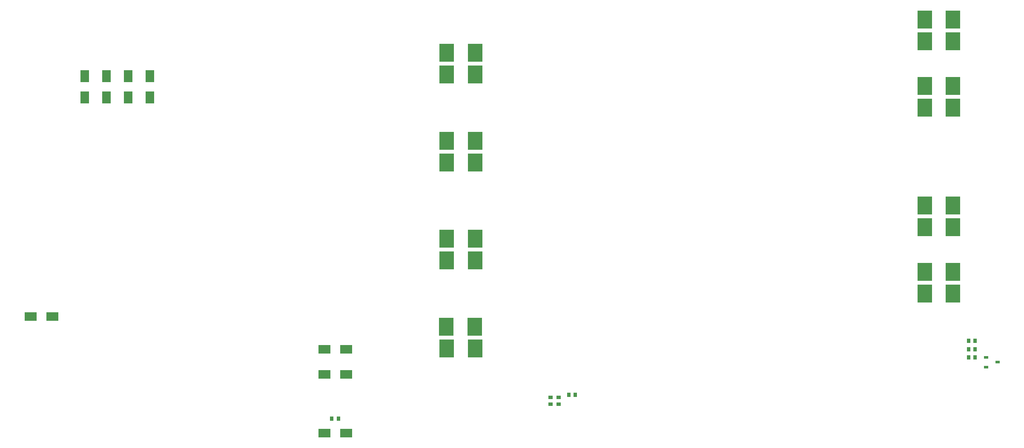
<source format=gtp>
G04*
G04 #@! TF.GenerationSoftware,Altium Limited,Altium Designer,22.8.2 (66)*
G04*
G04 Layer_Color=8421504*
%FSLAX44Y44*%
%MOMM*%
G71*
G04*
G04 #@! TF.SameCoordinates,4EFE7699-17C8-4AF9-A536-91C0C68ECE63*
G04*
G04*
G04 #@! TF.FilePolarity,Positive*
G04*
G01*
G75*
%ADD14R,2.4500X1.7500*%
%ADD15R,0.7000X0.9500*%
%ADD16R,1.7500X2.4500*%
%ADD17R,2.9500X3.6000*%
%ADD18R,0.9000X0.6000*%
%ADD19R,0.9500X0.7000*%
D14*
X133350Y649990D02*
D03*
X90350D02*
D03*
X717550Y418690D02*
D03*
X674550D02*
D03*
X674550Y534890D02*
D03*
X717550D02*
D03*
X674550Y585470D02*
D03*
X717550D02*
D03*
D15*
X702460Y447040D02*
D03*
X689460D02*
D03*
X1968650Y585470D02*
D03*
X1955650D02*
D03*
X1173630Y494540D02*
D03*
X1160630D02*
D03*
X1955650Y601980D02*
D03*
X1968650D02*
D03*
X1968650Y568960D02*
D03*
X1955650D02*
D03*
D16*
X284193Y1128940D02*
D03*
Y1085940D02*
D03*
X327230Y1128940D02*
D03*
Y1085940D02*
D03*
X241157Y1128940D02*
D03*
Y1085940D02*
D03*
X198120Y1128940D02*
D03*
Y1085940D02*
D03*
D17*
X1868170Y827800D02*
D03*
X1924670D02*
D03*
X917633Y761980D02*
D03*
X974133D02*
D03*
X1924670Y1109160D02*
D03*
X1868170D02*
D03*
Y739160D02*
D03*
X1924670D02*
D03*
X1868170Y1065980D02*
D03*
X1924670D02*
D03*
X1868170Y695980D02*
D03*
X1924670D02*
D03*
X1868170Y1240980D02*
D03*
X1924670D02*
D03*
X1868170Y1197800D02*
D03*
X1924670D02*
D03*
X1868170Y870980D02*
D03*
X1924670D02*
D03*
X974133Y956980D02*
D03*
X917633D02*
D03*
X973553Y630160D02*
D03*
X917053D02*
D03*
X974133Y1000160D02*
D03*
X917633D02*
D03*
X974133Y586980D02*
D03*
X917633D02*
D03*
X974133Y1175160D02*
D03*
X917633D02*
D03*
X974133Y805160D02*
D03*
X917633D02*
D03*
X974133Y1131980D02*
D03*
X917633D02*
D03*
D18*
X1990090Y568910D02*
D03*
Y549910D02*
D03*
X2013090Y559410D02*
D03*
D19*
X1140460Y476100D02*
D03*
Y489100D02*
D03*
X1123950Y476100D02*
D03*
Y489100D02*
D03*
M02*

</source>
